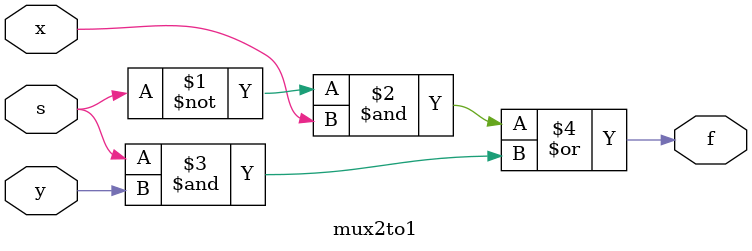
<source format=v>
module mux2to1(x,y,s,f);

    input x,y,s;
    output f;
    assign f = (~s & x) |  (s & y);

endmodule
</source>
